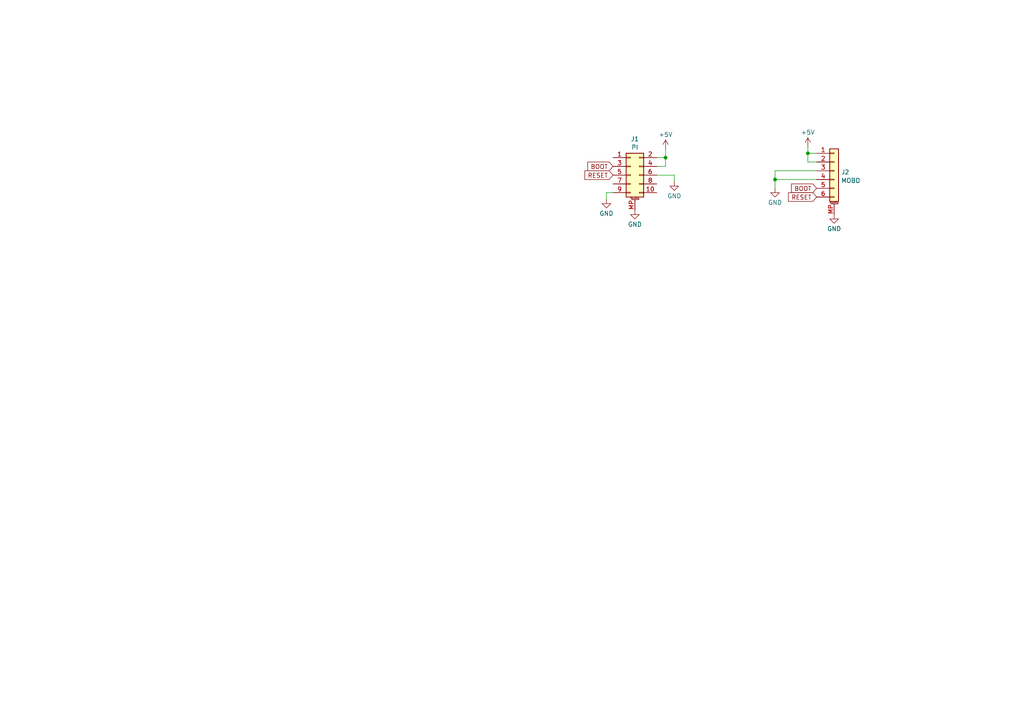
<source format=kicad_sch>
(kicad_sch (version 20230121) (generator eeschema)
  (paper "A4")
  (lib_symbols
    (symbol "Connector_Generic_MountingPin:Conn_01x06_MountingPin" (pin_names (offset 1.016) hide)
      (property "Reference" "J" (at 0 7.62 0))
      (property "Value" "Conn_01x06_MountingPin" (at 1.27 -10.16 0))
      (symbol "Conn_01x06_MountingPin_1_1"
        (rectangle (start -1.27 -7.493) (end 0 -7.747) (stroke (width 0.1524)))
        (rectangle (start -1.27 -4.953) (end 0 -5.207) (stroke (width 0.1524)))
        (rectangle (start -1.27 -2.413) (end 0 -2.667) (stroke (width 0.1524)))
        (rectangle (start -1.27 0.127) (end 0 -0.127) (stroke (width 0.1524)))
        (rectangle (start -1.27 2.667) (end 0 2.413) (stroke (width 0.1524)))
        (rectangle (start -1.27 5.207) (end 0 4.953) (stroke (width 0.1524)))
        (rectangle (start -1.27 6.35) (end 1.27 -8.89) (stroke (width 0.254)) (fill (type background)))
        (polyline (pts (xy -1.016 -9.652) (xy 1.016 -9.652)) (stroke (width 0.1524)))
        (text "Mounting" (at 0 -9.271 0) (effects (font (size 0.381 0.381))))
        (pin passive line (at -5.08 5.08 0) (length 3.81) (name "Pin_1") (number "1"))
        (pin passive line (at -5.08 2.54 0) (length 3.81) (name "Pin_2") (number "2"))
        (pin passive line (at -5.08 0 0) (length 3.81) (name "Pin_3") (number "3"))
        (pin passive line (at -5.08 -2.54 0) (length 3.81) (name "Pin_4") (number "4"))
        (pin passive line (at -5.08 -5.08 0) (length 3.81) (name "Pin_5") (number "5"))
        (pin passive line (at -5.08 -7.62 0) (length 3.81) (name "Pin_6") (number "6"))
        (pin passive line (at 0 -12.7 90) (length 3.048) (name "MountPin") (number "MP"))
      )
    )
    (symbol "Connector_Generic_MountingPin:Conn_02x05_Odd_Even_MountingPin" (pin_names (offset 1.016) hide)
      (property "Reference" "J" (at 1.27 7.62 0))
      (property "Value" "Conn_02x05_Odd_Even_MountingPin" (at 2.54 -7.62 0))
      (symbol "Conn_02x05_Odd_Even_MountingPin_1_1"
        (rectangle (start -1.27 -4.953) (end 0 -5.207) (stroke (width 0.1524)))
        (rectangle (start -1.27 -2.413) (end 0 -2.667) (stroke (width 0.1524)))
        (rectangle (start -1.27 0.127) (end 0 -0.127) (stroke (width 0.1524)))
        (rectangle (start -1.27 2.667) (end 0 2.413) (stroke (width 0.1524)))
        (rectangle (start -1.27 5.207) (end 0 4.953) (stroke (width 0.1524)))
        (rectangle (start -1.27 6.35) (end 3.81 -6.35) (stroke (width 0.254)) (fill (type background)))
        (polyline (pts (xy 0.254 -7.112) (xy 2.286 -7.112)) (stroke (width 0.1524)))
        (rectangle (start 3.81 -4.953) (end 2.54 -5.207) (stroke (width 0.1524)))
        (rectangle (start 3.81 -2.413) (end 2.54 -2.667) (stroke (width 0.1524)))
        (rectangle (start 3.81 0.127) (end 2.54 -0.127) (stroke (width 0.1524)))
        (rectangle (start 3.81 2.667) (end 2.54 2.413) (stroke (width 0.1524)))
        (rectangle (start 3.81 5.207) (end 2.54 4.953) (stroke (width 0.1524)))
        (text "Mounting" (at 1.27 -6.731 0) (effects (font (size 0.381 0.381))))
        (pin passive line (at -5.08 5.08 0) (length 3.81) (name "Pin_1") (number "1"))
        (pin passive line (at 7.62 -5.08 180) (length 3.81) (name "Pin_10") (number "10"))
        (pin passive line (at 7.62 5.08 180) (length 3.81) (name "Pin_2") (number "2"))
        (pin passive line (at -5.08 2.54 0) (length 3.81) (name "Pin_3") (number "3"))
        (pin passive line (at 7.62 2.54 180) (length 3.81) (name "Pin_4") (number "4"))
        (pin passive line (at -5.08 0 0) (length 3.81) (name "Pin_5") (number "5"))
        (pin passive line (at 7.62 0 180) (length 3.81) (name "Pin_6") (number "6"))
        (pin passive line (at -5.08 -2.54 0) (length 3.81) (name "Pin_7") (number "7"))
        (pin passive line (at 7.62 -2.54 180) (length 3.81) (name "Pin_8") (number "8"))
        (pin passive line (at -5.08 -5.08 0) (length 3.81) (name "Pin_9") (number "9"))
        (pin passive line (at 1.27 -10.16 90) (length 3.048) (name "MountPin") (number "MP"))
      )
    )
    (symbol "power:+5V" (power) (pin_names (offset 0))
      (property "Value" "+5V" (at 0 3.556 0))
      (symbol "+5V_0_1"
        (polyline (pts (xy -0.762 1.27) (xy 0 2.54)))
        (polyline (pts (xy 0 0) (xy 0 2.54)))
        (polyline (pts (xy 0 2.54) (xy 0.762 1.27)))
      )
      (symbol "+5V_1_1"
        (pin power_in line (at 0 0 90) (length 0) hide (name "+5V") (number "1"))
      )
    )
    (symbol "power:GND" (power) (pin_names (offset 0))
      (property "Value" "GND" (at 0 -3.81 0))
      (symbol "GND_0_1"
        (polyline (pts (xy 0 0) (xy 0 -1.27) (xy 1.27 -1.27) (xy 0 -2.54) (xy -1.27 -1.27) (xy 0 -1.27)))
      )
      (symbol "GND_1_1"
        (pin power_in line (at 0 0 270) (length 0) hide (name "GND") (number "1"))
      )
    )
  )
  (junction (at 234.315 44.45))
  (junction (at 193.04 45.72))
  (junction (at 224.79 52.07))
  (wire (pts (xy 190.5 45.72) (xy 193.04 45.72)))
  (wire (pts (xy 177.8 55.88) (xy 175.895 55.88)))
  (wire (pts (xy 234.315 44.45) (xy 236.855 44.45)))
  (wire (pts (xy 224.79 49.53) (xy 224.79 52.07)))
  (wire (pts (xy 224.79 52.07) (xy 224.79 54.61)))
  (wire (pts (xy 195.58 50.8) (xy 195.58 52.705)))
  (wire (pts (xy 234.315 44.45) (xy 234.315 42.545)))
  (wire (pts (xy 236.855 49.53) (xy 224.79 49.53)))
  (wire (pts (xy 234.315 46.99) (xy 234.315 44.45)))
  (wire (pts (xy 236.855 52.07) (xy 224.79 52.07)))
  (wire (pts (xy 190.5 48.26) (xy 193.04 48.26)))
  (wire (pts (xy 175.895 55.88) (xy 175.895 57.785)))
  (wire (pts (xy 193.04 48.26) (xy 193.04 45.72)))
  (wire (pts (xy 236.855 46.99) (xy 234.315 46.99)))
  (wire (pts (xy 193.04 45.72) (xy 193.04 43.18)))
  (wire (pts (xy 190.5 50.8) (xy 195.58 50.8)))
  (global_label "RESET" (shape input) (at 177.8 50.8 180) (property "Intersheetrefs" "${INTERSHEET_REFS}" (effects hide)))
  (global_label "BOOT" (shape input) (at 177.8 48.26 180) (property "Intersheetrefs" "${INTERSHEET_REFS}" (effects hide)))
  (global_label "BOOT" (shape input) (at 236.855 54.61 180) (property "Intersheetrefs" "${INTERSHEET_REFS}" (effects hide)))
  (global_label "RESET" (shape input) (at 236.855 57.15 180) (property "Intersheetrefs" "${INTERSHEET_REFS}" (effects hide)))
  (symbol (lib_id "power:GND") (at 184.15 60.96 0) (unit 1)
    (property "Reference" "#PWR04" (effects hide))
    (property "Value" "GND" (at 184.15 65.0931 0))
  )
  (symbol (lib_id "power:GND") (at 241.935 62.23 0) (unit 1)
    (property "Reference" "#PWR07" (effects hide))
    (property "Value" "GND" (at 241.935 66.3631 0))
  )
  (symbol (lib_id "Connector_Generic_MountingPin:Conn_01x06_MountingPin") (at 241.935 49.53 0) (unit 1)
    (property "Reference" "J2" (at 243.967 49.9435 0) (effects (justify left)))
    (property "Value" "MOBO" (at 243.967 52.3677 0) (effects (justify left)))
    (property "Footprint" "Connector_JST:JST_PH_S6B-PH-SM4-TB_1x06-1MP_P2.00mm_Horizontal" (effects hide))
  )
  (symbol (lib_id "power:GND") (at 195.58 52.705 0) (unit 1)
    (property "Reference" "#PWR03" (effects hide))
    (property "Value" "GND" (at 195.58 56.8381 0))
  )
  (symbol (lib_id "power:+5V") (at 234.315 42.545 0) (unit 1)
    (property "Reference" "#PWR06" (effects hide))
    (property "Value" "+5V" (at 234.315 38.4119 0))
  )
  (symbol (lib_id "power:GND") (at 224.79 54.61 0) (unit 1)
    (property "Reference" "#PWR05" (effects hide))
    (property "Value" "GND" (at 224.79 58.7431 0))
  )
  (symbol (lib_id "power:+5V") (at 193.04 43.18 0) (unit 1)
    (property "Reference" "#PWR01" (effects hide))
    (property "Value" "+5V" (at 193.04 39.0469 0))
  )
  (symbol (lib_id "power:GND") (at 175.895 57.785 0) (unit 1)
    (property "Reference" "#PWR02" (effects hide))
    (property "Value" "GND" (at 175.895 61.9181 0))
  )
  (symbol (lib_id "Connector_Generic_MountingPin:Conn_02x05_Odd_Even_MountingPin") (at 182.88 50.8 0) (unit 1)
    (property "Reference" "J1" (at 184.15 40.3057 0))
    (property "Value" "PI" (at 184.15 42.7299 0))
    (property "Footprint" "Connector_PinHeader_2.54mm:PinHeader_2x05_P2.54mm_Vertical" (effects hide))
  )
)
</source>
